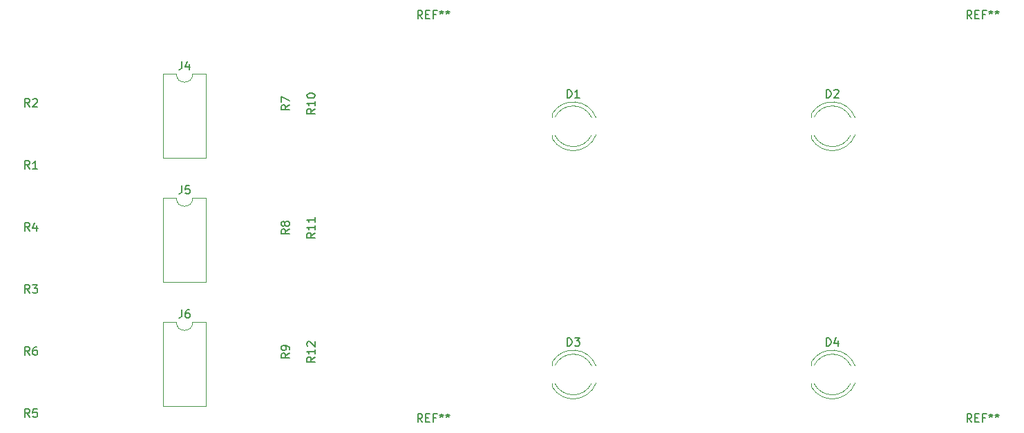
<source format=gbr>
%TF.GenerationSoftware,KiCad,Pcbnew,(5.1.9)-1*%
%TF.CreationDate,2022-04-08T15:22:57-04:00*%
%TF.ProjectId,March_PCB_Design_2_2b2848RGB,4d617263-685f-4504-9342-5f4465736967,rev?*%
%TF.SameCoordinates,Original*%
%TF.FileFunction,Legend,Top*%
%TF.FilePolarity,Positive*%
%FSLAX46Y46*%
G04 Gerber Fmt 4.6, Leading zero omitted, Abs format (unit mm)*
G04 Created by KiCad (PCBNEW (5.1.9)-1) date 2022-04-08 15:22:57*
%MOMM*%
%LPD*%
G01*
G04 APERTURE LIST*
%ADD10C,0.120000*%
%ADD11C,0.150000*%
G04 APERTURE END LIST*
D10*
%TO.C,J6*%
X108220000Y-101540000D02*
X106570000Y-101540000D01*
X106570000Y-101540000D02*
X106570000Y-111820000D01*
X106570000Y-111820000D02*
X111870000Y-111820000D01*
X111870000Y-111820000D02*
X111870000Y-101540000D01*
X111870000Y-101540000D02*
X110220000Y-101540000D01*
X110220000Y-101540000D02*
G75*
G02*
X108220000Y-101540000I-1000000J0D01*
G01*
%TO.C,D3*%
X154285000Y-106405000D02*
X154285000Y-106870000D01*
X154285000Y-109030000D02*
X154285000Y-109495000D01*
X159099479Y-109030429D02*
G75*
G02*
X154590316Y-109030000I-2254479J1080429D01*
G01*
X159099479Y-106869571D02*
G75*
G03*
X154590316Y-106870000I-2254479J-1080429D01*
G01*
X159632815Y-109030827D02*
G75*
G02*
X154285000Y-109494830I-2787815J1080827D01*
G01*
X159632815Y-106869173D02*
G75*
G03*
X154285000Y-106405170I-2787815J-1080827D01*
G01*
%TO.C,J5*%
X108220000Y-86300000D02*
X106570000Y-86300000D01*
X106570000Y-86300000D02*
X106570000Y-96580000D01*
X106570000Y-96580000D02*
X111870000Y-96580000D01*
X111870000Y-96580000D02*
X111870000Y-86300000D01*
X111870000Y-86300000D02*
X110220000Y-86300000D01*
X110220000Y-86300000D02*
G75*
G02*
X108220000Y-86300000I-1000000J0D01*
G01*
%TO.C,J4*%
X108220000Y-71060000D02*
X106570000Y-71060000D01*
X106570000Y-71060000D02*
X106570000Y-81340000D01*
X106570000Y-81340000D02*
X111870000Y-81340000D01*
X111870000Y-81340000D02*
X111870000Y-71060000D01*
X111870000Y-71060000D02*
X110220000Y-71060000D01*
X110220000Y-71060000D02*
G75*
G02*
X108220000Y-71060000I-1000000J0D01*
G01*
%TO.C,D4*%
X186035000Y-106405000D02*
X186035000Y-106870000D01*
X186035000Y-109030000D02*
X186035000Y-109495000D01*
X190849479Y-109030429D02*
G75*
G02*
X186340316Y-109030000I-2254479J1080429D01*
G01*
X190849479Y-106869571D02*
G75*
G03*
X186340316Y-106870000I-2254479J-1080429D01*
G01*
X191382815Y-109030827D02*
G75*
G02*
X186035000Y-109494830I-2787815J1080827D01*
G01*
X191382815Y-106869173D02*
G75*
G03*
X186035000Y-106405170I-2787815J-1080827D01*
G01*
%TO.C,D2*%
X186035000Y-75925000D02*
X186035000Y-76390000D01*
X186035000Y-78550000D02*
X186035000Y-79015000D01*
X190849479Y-78550429D02*
G75*
G02*
X186340316Y-78550000I-2254479J1080429D01*
G01*
X190849479Y-76389571D02*
G75*
G03*
X186340316Y-76390000I-2254479J-1080429D01*
G01*
X191382815Y-78550827D02*
G75*
G02*
X186035000Y-79014830I-2787815J1080827D01*
G01*
X191382815Y-76389173D02*
G75*
G03*
X186035000Y-75925170I-2787815J-1080827D01*
G01*
%TO.C,D1*%
X154285000Y-75925000D02*
X154285000Y-76390000D01*
X154285000Y-78550000D02*
X154285000Y-79015000D01*
X159099479Y-78550429D02*
G75*
G02*
X154590316Y-78550000I-2254479J1080429D01*
G01*
X159099479Y-76389571D02*
G75*
G03*
X154590316Y-76390000I-2254479J-1080429D01*
G01*
X159632815Y-78550827D02*
G75*
G02*
X154285000Y-79014830I-2787815J1080827D01*
G01*
X159632815Y-76389173D02*
G75*
G03*
X154285000Y-75925170I-2787815J-1080827D01*
G01*
%TO.C,J6*%
D11*
X108886666Y-99992380D02*
X108886666Y-100706666D01*
X108839047Y-100849523D01*
X108743809Y-100944761D01*
X108600952Y-100992380D01*
X108505714Y-100992380D01*
X109791428Y-99992380D02*
X109600952Y-99992380D01*
X109505714Y-100040000D01*
X109458095Y-100087619D01*
X109362857Y-100230476D01*
X109315238Y-100420952D01*
X109315238Y-100801904D01*
X109362857Y-100897142D01*
X109410476Y-100944761D01*
X109505714Y-100992380D01*
X109696190Y-100992380D01*
X109791428Y-100944761D01*
X109839047Y-100897142D01*
X109886666Y-100801904D01*
X109886666Y-100563809D01*
X109839047Y-100468571D01*
X109791428Y-100420952D01*
X109696190Y-100373333D01*
X109505714Y-100373333D01*
X109410476Y-100420952D01*
X109362857Y-100468571D01*
X109315238Y-100563809D01*
%TO.C,D3*%
X156106904Y-104442380D02*
X156106904Y-103442380D01*
X156345000Y-103442380D01*
X156487857Y-103490000D01*
X156583095Y-103585238D01*
X156630714Y-103680476D01*
X156678333Y-103870952D01*
X156678333Y-104013809D01*
X156630714Y-104204285D01*
X156583095Y-104299523D01*
X156487857Y-104394761D01*
X156345000Y-104442380D01*
X156106904Y-104442380D01*
X157011666Y-103442380D02*
X157630714Y-103442380D01*
X157297380Y-103823333D01*
X157440238Y-103823333D01*
X157535476Y-103870952D01*
X157583095Y-103918571D01*
X157630714Y-104013809D01*
X157630714Y-104251904D01*
X157583095Y-104347142D01*
X157535476Y-104394761D01*
X157440238Y-104442380D01*
X157154523Y-104442380D01*
X157059285Y-104394761D01*
X157011666Y-104347142D01*
%TO.C,REF\u002A\u002A*%
X138366666Y-64262380D02*
X138033333Y-63786190D01*
X137795238Y-64262380D02*
X137795238Y-63262380D01*
X138176190Y-63262380D01*
X138271428Y-63310000D01*
X138319047Y-63357619D01*
X138366666Y-63452857D01*
X138366666Y-63595714D01*
X138319047Y-63690952D01*
X138271428Y-63738571D01*
X138176190Y-63786190D01*
X137795238Y-63786190D01*
X138795238Y-63738571D02*
X139128571Y-63738571D01*
X139271428Y-64262380D02*
X138795238Y-64262380D01*
X138795238Y-63262380D01*
X139271428Y-63262380D01*
X140033333Y-63738571D02*
X139700000Y-63738571D01*
X139700000Y-64262380D02*
X139700000Y-63262380D01*
X140176190Y-63262380D01*
X140700000Y-63262380D02*
X140700000Y-63500476D01*
X140461904Y-63405238D02*
X140700000Y-63500476D01*
X140938095Y-63405238D01*
X140557142Y-63690952D02*
X140700000Y-63500476D01*
X140842857Y-63690952D01*
X141461904Y-63262380D02*
X141461904Y-63500476D01*
X141223809Y-63405238D02*
X141461904Y-63500476D01*
X141700000Y-63405238D01*
X141319047Y-63690952D02*
X141461904Y-63500476D01*
X141604761Y-63690952D01*
X138366666Y-113792380D02*
X138033333Y-113316190D01*
X137795238Y-113792380D02*
X137795238Y-112792380D01*
X138176190Y-112792380D01*
X138271428Y-112840000D01*
X138319047Y-112887619D01*
X138366666Y-112982857D01*
X138366666Y-113125714D01*
X138319047Y-113220952D01*
X138271428Y-113268571D01*
X138176190Y-113316190D01*
X137795238Y-113316190D01*
X138795238Y-113268571D02*
X139128571Y-113268571D01*
X139271428Y-113792380D02*
X138795238Y-113792380D01*
X138795238Y-112792380D01*
X139271428Y-112792380D01*
X140033333Y-113268571D02*
X139700000Y-113268571D01*
X139700000Y-113792380D02*
X139700000Y-112792380D01*
X140176190Y-112792380D01*
X140700000Y-112792380D02*
X140700000Y-113030476D01*
X140461904Y-112935238D02*
X140700000Y-113030476D01*
X140938095Y-112935238D01*
X140557142Y-113220952D02*
X140700000Y-113030476D01*
X140842857Y-113220952D01*
X141461904Y-112792380D02*
X141461904Y-113030476D01*
X141223809Y-112935238D02*
X141461904Y-113030476D01*
X141700000Y-112935238D01*
X141319047Y-113220952D02*
X141461904Y-113030476D01*
X141604761Y-113220952D01*
X205676666Y-113792380D02*
X205343333Y-113316190D01*
X205105238Y-113792380D02*
X205105238Y-112792380D01*
X205486190Y-112792380D01*
X205581428Y-112840000D01*
X205629047Y-112887619D01*
X205676666Y-112982857D01*
X205676666Y-113125714D01*
X205629047Y-113220952D01*
X205581428Y-113268571D01*
X205486190Y-113316190D01*
X205105238Y-113316190D01*
X206105238Y-113268571D02*
X206438571Y-113268571D01*
X206581428Y-113792380D02*
X206105238Y-113792380D01*
X206105238Y-112792380D01*
X206581428Y-112792380D01*
X207343333Y-113268571D02*
X207010000Y-113268571D01*
X207010000Y-113792380D02*
X207010000Y-112792380D01*
X207486190Y-112792380D01*
X208010000Y-112792380D02*
X208010000Y-113030476D01*
X207771904Y-112935238D02*
X208010000Y-113030476D01*
X208248095Y-112935238D01*
X207867142Y-113220952D02*
X208010000Y-113030476D01*
X208152857Y-113220952D01*
X208771904Y-112792380D02*
X208771904Y-113030476D01*
X208533809Y-112935238D02*
X208771904Y-113030476D01*
X209010000Y-112935238D01*
X208629047Y-113220952D02*
X208771904Y-113030476D01*
X208914761Y-113220952D01*
X205676666Y-64262380D02*
X205343333Y-63786190D01*
X205105238Y-64262380D02*
X205105238Y-63262380D01*
X205486190Y-63262380D01*
X205581428Y-63310000D01*
X205629047Y-63357619D01*
X205676666Y-63452857D01*
X205676666Y-63595714D01*
X205629047Y-63690952D01*
X205581428Y-63738571D01*
X205486190Y-63786190D01*
X205105238Y-63786190D01*
X206105238Y-63738571D02*
X206438571Y-63738571D01*
X206581428Y-64262380D02*
X206105238Y-64262380D01*
X206105238Y-63262380D01*
X206581428Y-63262380D01*
X207343333Y-63738571D02*
X207010000Y-63738571D01*
X207010000Y-64262380D02*
X207010000Y-63262380D01*
X207486190Y-63262380D01*
X208010000Y-63262380D02*
X208010000Y-63500476D01*
X207771904Y-63405238D02*
X208010000Y-63500476D01*
X208248095Y-63405238D01*
X207867142Y-63690952D02*
X208010000Y-63500476D01*
X208152857Y-63690952D01*
X208771904Y-63262380D02*
X208771904Y-63500476D01*
X208533809Y-63405238D02*
X208771904Y-63500476D01*
X209010000Y-63405238D01*
X208629047Y-63690952D02*
X208771904Y-63500476D01*
X208914761Y-63690952D01*
%TO.C,R12*%
X125202380Y-105812857D02*
X124726190Y-106146190D01*
X125202380Y-106384285D02*
X124202380Y-106384285D01*
X124202380Y-106003333D01*
X124250000Y-105908095D01*
X124297619Y-105860476D01*
X124392857Y-105812857D01*
X124535714Y-105812857D01*
X124630952Y-105860476D01*
X124678571Y-105908095D01*
X124726190Y-106003333D01*
X124726190Y-106384285D01*
X125202380Y-104860476D02*
X125202380Y-105431904D01*
X125202380Y-105146190D02*
X124202380Y-105146190D01*
X124345238Y-105241428D01*
X124440476Y-105336666D01*
X124488095Y-105431904D01*
X124297619Y-104479523D02*
X124250000Y-104431904D01*
X124202380Y-104336666D01*
X124202380Y-104098571D01*
X124250000Y-104003333D01*
X124297619Y-103955714D01*
X124392857Y-103908095D01*
X124488095Y-103908095D01*
X124630952Y-103955714D01*
X125202380Y-104527142D01*
X125202380Y-103908095D01*
%TO.C,R11*%
X125202380Y-90572857D02*
X124726190Y-90906190D01*
X125202380Y-91144285D02*
X124202380Y-91144285D01*
X124202380Y-90763333D01*
X124250000Y-90668095D01*
X124297619Y-90620476D01*
X124392857Y-90572857D01*
X124535714Y-90572857D01*
X124630952Y-90620476D01*
X124678571Y-90668095D01*
X124726190Y-90763333D01*
X124726190Y-91144285D01*
X125202380Y-89620476D02*
X125202380Y-90191904D01*
X125202380Y-89906190D02*
X124202380Y-89906190D01*
X124345238Y-90001428D01*
X124440476Y-90096666D01*
X124488095Y-90191904D01*
X125202380Y-88668095D02*
X125202380Y-89239523D01*
X125202380Y-88953809D02*
X124202380Y-88953809D01*
X124345238Y-89049047D01*
X124440476Y-89144285D01*
X124488095Y-89239523D01*
%TO.C,R10*%
X125202380Y-75332857D02*
X124726190Y-75666190D01*
X125202380Y-75904285D02*
X124202380Y-75904285D01*
X124202380Y-75523333D01*
X124250000Y-75428095D01*
X124297619Y-75380476D01*
X124392857Y-75332857D01*
X124535714Y-75332857D01*
X124630952Y-75380476D01*
X124678571Y-75428095D01*
X124726190Y-75523333D01*
X124726190Y-75904285D01*
X125202380Y-74380476D02*
X125202380Y-74951904D01*
X125202380Y-74666190D02*
X124202380Y-74666190D01*
X124345238Y-74761428D01*
X124440476Y-74856666D01*
X124488095Y-74951904D01*
X124202380Y-73761428D02*
X124202380Y-73666190D01*
X124250000Y-73570952D01*
X124297619Y-73523333D01*
X124392857Y-73475714D01*
X124583333Y-73428095D01*
X124821428Y-73428095D01*
X125011904Y-73475714D01*
X125107142Y-73523333D01*
X125154761Y-73570952D01*
X125202380Y-73666190D01*
X125202380Y-73761428D01*
X125154761Y-73856666D01*
X125107142Y-73904285D01*
X125011904Y-73951904D01*
X124821428Y-73999523D01*
X124583333Y-73999523D01*
X124392857Y-73951904D01*
X124297619Y-73904285D01*
X124250000Y-73856666D01*
X124202380Y-73761428D01*
%TO.C,R9*%
X122082380Y-105336666D02*
X121606190Y-105670000D01*
X122082380Y-105908095D02*
X121082380Y-105908095D01*
X121082380Y-105527142D01*
X121130000Y-105431904D01*
X121177619Y-105384285D01*
X121272857Y-105336666D01*
X121415714Y-105336666D01*
X121510952Y-105384285D01*
X121558571Y-105431904D01*
X121606190Y-105527142D01*
X121606190Y-105908095D01*
X122082380Y-104860476D02*
X122082380Y-104670000D01*
X122034761Y-104574761D01*
X121987142Y-104527142D01*
X121844285Y-104431904D01*
X121653809Y-104384285D01*
X121272857Y-104384285D01*
X121177619Y-104431904D01*
X121130000Y-104479523D01*
X121082380Y-104574761D01*
X121082380Y-104765238D01*
X121130000Y-104860476D01*
X121177619Y-104908095D01*
X121272857Y-104955714D01*
X121510952Y-104955714D01*
X121606190Y-104908095D01*
X121653809Y-104860476D01*
X121701428Y-104765238D01*
X121701428Y-104574761D01*
X121653809Y-104479523D01*
X121606190Y-104431904D01*
X121510952Y-104384285D01*
%TO.C,R8*%
X122082380Y-90096666D02*
X121606190Y-90430000D01*
X122082380Y-90668095D02*
X121082380Y-90668095D01*
X121082380Y-90287142D01*
X121130000Y-90191904D01*
X121177619Y-90144285D01*
X121272857Y-90096666D01*
X121415714Y-90096666D01*
X121510952Y-90144285D01*
X121558571Y-90191904D01*
X121606190Y-90287142D01*
X121606190Y-90668095D01*
X121510952Y-89525238D02*
X121463333Y-89620476D01*
X121415714Y-89668095D01*
X121320476Y-89715714D01*
X121272857Y-89715714D01*
X121177619Y-89668095D01*
X121130000Y-89620476D01*
X121082380Y-89525238D01*
X121082380Y-89334761D01*
X121130000Y-89239523D01*
X121177619Y-89191904D01*
X121272857Y-89144285D01*
X121320476Y-89144285D01*
X121415714Y-89191904D01*
X121463333Y-89239523D01*
X121510952Y-89334761D01*
X121510952Y-89525238D01*
X121558571Y-89620476D01*
X121606190Y-89668095D01*
X121701428Y-89715714D01*
X121891904Y-89715714D01*
X121987142Y-89668095D01*
X122034761Y-89620476D01*
X122082380Y-89525238D01*
X122082380Y-89334761D01*
X122034761Y-89239523D01*
X121987142Y-89191904D01*
X121891904Y-89144285D01*
X121701428Y-89144285D01*
X121606190Y-89191904D01*
X121558571Y-89239523D01*
X121510952Y-89334761D01*
%TO.C,R7*%
X122082380Y-74856666D02*
X121606190Y-75190000D01*
X122082380Y-75428095D02*
X121082380Y-75428095D01*
X121082380Y-75047142D01*
X121130000Y-74951904D01*
X121177619Y-74904285D01*
X121272857Y-74856666D01*
X121415714Y-74856666D01*
X121510952Y-74904285D01*
X121558571Y-74951904D01*
X121606190Y-75047142D01*
X121606190Y-75428095D01*
X121082380Y-74523333D02*
X121082380Y-73856666D01*
X122082380Y-74285238D01*
%TO.C,R6*%
X90243333Y-105572380D02*
X89910000Y-105096190D01*
X89671904Y-105572380D02*
X89671904Y-104572380D01*
X90052857Y-104572380D01*
X90148095Y-104620000D01*
X90195714Y-104667619D01*
X90243333Y-104762857D01*
X90243333Y-104905714D01*
X90195714Y-105000952D01*
X90148095Y-105048571D01*
X90052857Y-105096190D01*
X89671904Y-105096190D01*
X91100476Y-104572380D02*
X90910000Y-104572380D01*
X90814761Y-104620000D01*
X90767142Y-104667619D01*
X90671904Y-104810476D01*
X90624285Y-105000952D01*
X90624285Y-105381904D01*
X90671904Y-105477142D01*
X90719523Y-105524761D01*
X90814761Y-105572380D01*
X91005238Y-105572380D01*
X91100476Y-105524761D01*
X91148095Y-105477142D01*
X91195714Y-105381904D01*
X91195714Y-105143809D01*
X91148095Y-105048571D01*
X91100476Y-105000952D01*
X91005238Y-104953333D01*
X90814761Y-104953333D01*
X90719523Y-105000952D01*
X90671904Y-105048571D01*
X90624285Y-105143809D01*
%TO.C,R5*%
X90243333Y-113192380D02*
X89910000Y-112716190D01*
X89671904Y-113192380D02*
X89671904Y-112192380D01*
X90052857Y-112192380D01*
X90148095Y-112240000D01*
X90195714Y-112287619D01*
X90243333Y-112382857D01*
X90243333Y-112525714D01*
X90195714Y-112620952D01*
X90148095Y-112668571D01*
X90052857Y-112716190D01*
X89671904Y-112716190D01*
X91148095Y-112192380D02*
X90671904Y-112192380D01*
X90624285Y-112668571D01*
X90671904Y-112620952D01*
X90767142Y-112573333D01*
X91005238Y-112573333D01*
X91100476Y-112620952D01*
X91148095Y-112668571D01*
X91195714Y-112763809D01*
X91195714Y-113001904D01*
X91148095Y-113097142D01*
X91100476Y-113144761D01*
X91005238Y-113192380D01*
X90767142Y-113192380D01*
X90671904Y-113144761D01*
X90624285Y-113097142D01*
%TO.C,R4*%
X90243333Y-90332380D02*
X89910000Y-89856190D01*
X89671904Y-90332380D02*
X89671904Y-89332380D01*
X90052857Y-89332380D01*
X90148095Y-89380000D01*
X90195714Y-89427619D01*
X90243333Y-89522857D01*
X90243333Y-89665714D01*
X90195714Y-89760952D01*
X90148095Y-89808571D01*
X90052857Y-89856190D01*
X89671904Y-89856190D01*
X91100476Y-89665714D02*
X91100476Y-90332380D01*
X90862380Y-89284761D02*
X90624285Y-89999047D01*
X91243333Y-89999047D01*
%TO.C,R3*%
X90243333Y-97952380D02*
X89910000Y-97476190D01*
X89671904Y-97952380D02*
X89671904Y-96952380D01*
X90052857Y-96952380D01*
X90148095Y-97000000D01*
X90195714Y-97047619D01*
X90243333Y-97142857D01*
X90243333Y-97285714D01*
X90195714Y-97380952D01*
X90148095Y-97428571D01*
X90052857Y-97476190D01*
X89671904Y-97476190D01*
X90576666Y-96952380D02*
X91195714Y-96952380D01*
X90862380Y-97333333D01*
X91005238Y-97333333D01*
X91100476Y-97380952D01*
X91148095Y-97428571D01*
X91195714Y-97523809D01*
X91195714Y-97761904D01*
X91148095Y-97857142D01*
X91100476Y-97904761D01*
X91005238Y-97952380D01*
X90719523Y-97952380D01*
X90624285Y-97904761D01*
X90576666Y-97857142D01*
%TO.C,R2*%
X90243333Y-75092380D02*
X89910000Y-74616190D01*
X89671904Y-75092380D02*
X89671904Y-74092380D01*
X90052857Y-74092380D01*
X90148095Y-74140000D01*
X90195714Y-74187619D01*
X90243333Y-74282857D01*
X90243333Y-74425714D01*
X90195714Y-74520952D01*
X90148095Y-74568571D01*
X90052857Y-74616190D01*
X89671904Y-74616190D01*
X90624285Y-74187619D02*
X90671904Y-74140000D01*
X90767142Y-74092380D01*
X91005238Y-74092380D01*
X91100476Y-74140000D01*
X91148095Y-74187619D01*
X91195714Y-74282857D01*
X91195714Y-74378095D01*
X91148095Y-74520952D01*
X90576666Y-75092380D01*
X91195714Y-75092380D01*
%TO.C,R1*%
X90243333Y-82712380D02*
X89910000Y-82236190D01*
X89671904Y-82712380D02*
X89671904Y-81712380D01*
X90052857Y-81712380D01*
X90148095Y-81760000D01*
X90195714Y-81807619D01*
X90243333Y-81902857D01*
X90243333Y-82045714D01*
X90195714Y-82140952D01*
X90148095Y-82188571D01*
X90052857Y-82236190D01*
X89671904Y-82236190D01*
X91195714Y-82712380D02*
X90624285Y-82712380D01*
X90910000Y-82712380D02*
X90910000Y-81712380D01*
X90814761Y-81855238D01*
X90719523Y-81950476D01*
X90624285Y-81998095D01*
%TO.C,J5*%
X108886666Y-84752380D02*
X108886666Y-85466666D01*
X108839047Y-85609523D01*
X108743809Y-85704761D01*
X108600952Y-85752380D01*
X108505714Y-85752380D01*
X109839047Y-84752380D02*
X109362857Y-84752380D01*
X109315238Y-85228571D01*
X109362857Y-85180952D01*
X109458095Y-85133333D01*
X109696190Y-85133333D01*
X109791428Y-85180952D01*
X109839047Y-85228571D01*
X109886666Y-85323809D01*
X109886666Y-85561904D01*
X109839047Y-85657142D01*
X109791428Y-85704761D01*
X109696190Y-85752380D01*
X109458095Y-85752380D01*
X109362857Y-85704761D01*
X109315238Y-85657142D01*
%TO.C,J4*%
X108886666Y-69512380D02*
X108886666Y-70226666D01*
X108839047Y-70369523D01*
X108743809Y-70464761D01*
X108600952Y-70512380D01*
X108505714Y-70512380D01*
X109791428Y-69845714D02*
X109791428Y-70512380D01*
X109553333Y-69464761D02*
X109315238Y-70179047D01*
X109934285Y-70179047D01*
%TO.C,D4*%
X187856904Y-104442380D02*
X187856904Y-103442380D01*
X188095000Y-103442380D01*
X188237857Y-103490000D01*
X188333095Y-103585238D01*
X188380714Y-103680476D01*
X188428333Y-103870952D01*
X188428333Y-104013809D01*
X188380714Y-104204285D01*
X188333095Y-104299523D01*
X188237857Y-104394761D01*
X188095000Y-104442380D01*
X187856904Y-104442380D01*
X189285476Y-103775714D02*
X189285476Y-104442380D01*
X189047380Y-103394761D02*
X188809285Y-104109047D01*
X189428333Y-104109047D01*
%TO.C,D2*%
X187856904Y-73962380D02*
X187856904Y-72962380D01*
X188095000Y-72962380D01*
X188237857Y-73010000D01*
X188333095Y-73105238D01*
X188380714Y-73200476D01*
X188428333Y-73390952D01*
X188428333Y-73533809D01*
X188380714Y-73724285D01*
X188333095Y-73819523D01*
X188237857Y-73914761D01*
X188095000Y-73962380D01*
X187856904Y-73962380D01*
X188809285Y-73057619D02*
X188856904Y-73010000D01*
X188952142Y-72962380D01*
X189190238Y-72962380D01*
X189285476Y-73010000D01*
X189333095Y-73057619D01*
X189380714Y-73152857D01*
X189380714Y-73248095D01*
X189333095Y-73390952D01*
X188761666Y-73962380D01*
X189380714Y-73962380D01*
%TO.C,D1*%
X156106904Y-73962380D02*
X156106904Y-72962380D01*
X156345000Y-72962380D01*
X156487857Y-73010000D01*
X156583095Y-73105238D01*
X156630714Y-73200476D01*
X156678333Y-73390952D01*
X156678333Y-73533809D01*
X156630714Y-73724285D01*
X156583095Y-73819523D01*
X156487857Y-73914761D01*
X156345000Y-73962380D01*
X156106904Y-73962380D01*
X157630714Y-73962380D02*
X157059285Y-73962380D01*
X157345000Y-73962380D02*
X157345000Y-72962380D01*
X157249761Y-73105238D01*
X157154523Y-73200476D01*
X157059285Y-73248095D01*
%TD*%
M02*

</source>
